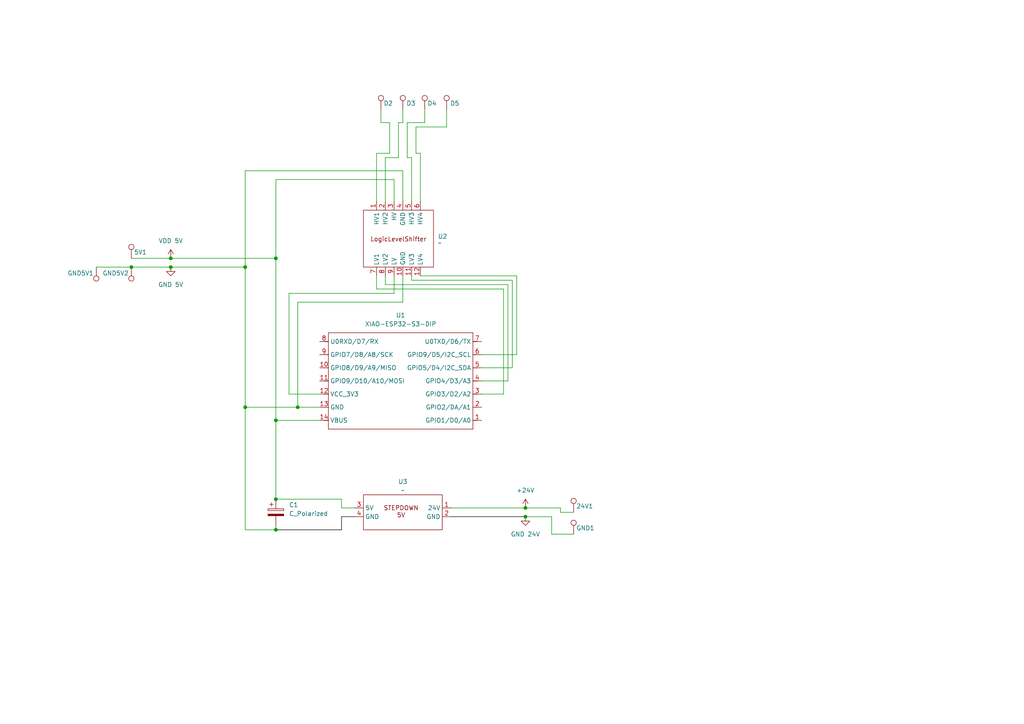
<source format=kicad_sch>
(kicad_sch (version 20231120) (generator "eeschema") (generator_version "8.0")
  (paper "A4")
  (title_block (title "Augmented Ecospheres - Schlitternde Steine BOB") (date "2026-02-02") (rev "1") (company "ZHDK"))
  (lib_symbols
    (symbol "Connector:TestPoint" (pin_numbers hide) (pin_names (offset 0.762) hide)
      (property "Reference" "TP" (at 0 6.858 0))
      (property "Value" "TestPoint" (at 0 5.08 0))
      (symbol "TestPoint_0_1"
        (circle (center 0 3.302) (radius 0.762))
      )
      (symbol "TestPoint_1_1"
        (pin passive line (at 0 0 90) (length 2.54) (name "1") (number "1"))
      )
    )
    (symbol "Custom:LogicLevelShifter"
      (property "Reference" "U" (at 6.604 -13.462 0))
      (symbol "LogicLevelShifter_1_1"
        (rectangle (start 5.08 -7.62) (end 25.4 -24.13))
        (text "LogicLevelShifter\n" (at 15.24 -16.002 0) (effects (font (size 1.27 1.27))))
        (pin bidirectional line (at 8.89 -5.08 270) (length 2.54) (name "HV1") (number "1"))
        (pin bidirectional line (at 16.51 -26.67 90) (length 2.54) (name "GND") (number "10"))
        (pin bidirectional line (at 19.05 -26.67 90) (length 2.54) (name "LV3") (number "11"))
        (pin bidirectional line (at 21.59 -26.67 90) (length 2.54) (name "LV4") (number "12"))
        (pin bidirectional line (at 11.43 -5.08 270) (length 2.54) (name "HV2") (number "2"))
        (pin bidirectional line (at 13.97 -5.08 270) (length 2.54) (name "HV") (number "3"))
        (pin bidirectional line (at 16.51 -5.08 270) (length 2.54) (name "GND") (number "4"))
        (pin bidirectional line (at 19.05 -5.08 270) (length 2.54) (name "HV3") (number "5"))
        (pin bidirectional line (at 21.59 -5.08 270) (length 2.54) (name "HV4") (number "6"))
        (pin bidirectional line (at 8.89 -26.67 90) (length 2.54) (name "LV1") (number "7"))
        (pin bidirectional line (at 11.43 -26.67 90) (length 2.54) (name "LV2") (number "8"))
        (pin bidirectional line (at 13.97 -26.67 90) (length 2.54) (name "LV") (number "9"))
      )
    )
    (symbol "Custom:StepDown5V"
      (property "Reference" "U" (at 0 0 0))
      (symbol "StepDown5V_1_1"
        (rectangle (start 6.35 -13.97) (end 29.21 -3.81))
        (text "STEPDOWN\n5V" (at 17.272 -8.636 0) (effects (font (size 1.27 1.27))))
        (pin input line (at 31.75 -7.62 180) (length 2.54) (name "24V") (number "1"))
        (pin input line (at 31.75 -10.16 180) (length 2.54) (name "GND") (number "2"))
        (pin output line (at 3.81 -7.62 0) (length 2.54) (name "5V") (number "3"))
        (pin output line (at 3.81 -10.16 0) (length 2.54) (name "GND") (number "4"))
      )
    )
    (symbol "Device:C_Polarized" (pin_numbers hide) (pin_names (offset 0.254))
      (property "Reference" "C" (at 0.635 2.54 0))
      (property "Value" "C_Polarized" (at 0.635 -2.54 0))
      (symbol "C_Polarized_0_1"
        (rectangle (start -2.286 0.508) (end 2.286 1.016))
        (polyline (pts (xy -1.778 2.286) (xy -0.762 2.286)))
        (polyline (pts (xy -1.27 2.794) (xy -1.27 1.778)))
        (rectangle (start 2.286 -0.508) (end -2.286 -1.016) (fill (type outline)))
      )
      (symbol "C_Polarized_1_1"
        (pin passive line (at 0 3.81 270) (length 2.794) (name "~") (number "1"))
        (pin passive line (at 0 -3.81 90) (length 2.794) (name "~") (number "2"))
      )
    )
    (symbol "Seeed_Studio_XIAO_Series:XIAO-ESP32-S3-DIP"
      (property "Reference" "U" (at 1.27 0.508 0))
      (property "Value" "XIAO-ESP32-S3-DIP" (at 9.652 -1.778 0))
      (symbol "XIAO-ESP32-S3-DIP_1_0"
        (polyline (pts (xy 0 -30.48) (xy 0 -16.51)) (stroke (width 0.1524)))
        (polyline (pts (xy 0 -27.94) (xy -1.27 -27.94)) (stroke (width 0.1524)))
        (polyline (pts (xy 0 -24.13) (xy -1.27 -24.13)) (stroke (width 0.1524)))
        (polyline (pts (xy 0 -20.32) (xy -1.27 -20.32)) (stroke (width 0.1524)))
        (polyline (pts (xy 0 -16.51) (xy -1.27 -16.51)) (stroke (width 0.1524)))
        (polyline (pts (xy 0 -16.51) (xy 0 -12.7)) (stroke (width 0.1524)))
        (polyline (pts (xy 0 -12.7) (xy -1.27 -12.7)) (stroke (width 0.1524)))
        (polyline (pts (xy 0 -12.7) (xy 0 -8.89)) (stroke (width 0.1524)))
        (polyline (pts (xy 0 -8.89) (xy -1.27 -8.89)) (stroke (width 0.1524)))
        (polyline (pts (xy 0 -8.89) (xy 0 -5.08)) (stroke (width 0.1524)))
        (polyline (pts (xy 0 -5.08) (xy -1.27 -5.08)) (stroke (width 0.1524)))
        (polyline (pts (xy 0 -5.08) (xy 0 -2.54)) (stroke (width 0.1524)))
        (polyline (pts (xy 0 -2.54) (xy 41.91 -2.54)) (stroke (width 0.1524)))
        (polyline (pts (xy 41.91 -30.48) (xy 0 -30.48)) (stroke (width 0.1524)))
        (polyline (pts (xy 41.91 -12.7) (xy 41.91 -30.48)) (stroke (width 0.1524)))
        (polyline (pts (xy 41.91 -8.89) (xy 41.91 -12.7)) (stroke (width 0.1524)))
        (polyline (pts (xy 41.91 -5.08) (xy 41.91 -8.89)) (stroke (width 0.1524)))
        (polyline (pts (xy 41.91 -2.54) (xy 41.91 -5.08)) (stroke (width 0.1524)))
        (polyline (pts (xy 43.18 -27.94) (xy 41.91 -27.94)) (stroke (width 0.1524)))
        (polyline (pts (xy 43.18 -24.13) (xy 41.91 -24.13)) (stroke (width 0.1524)))
        (polyline (pts (xy 43.18 -20.32) (xy 41.91 -20.32)) (stroke (width 0.1524)))
        (polyline (pts (xy 43.18 -16.51) (xy 41.91 -16.51)) (stroke (width 0.1524)))
        (polyline (pts (xy 43.18 -12.7) (xy 41.91 -12.7)) (stroke (width 0.1524)))
        (polyline (pts (xy 43.18 -8.89) (xy 41.91 -8.89)) (stroke (width 0.1524)))
        (polyline (pts (xy 43.18 -5.08) (xy 41.91 -5.08)) (stroke (width 0.1524)))
        (pin passive line (at -2.54 -5.08 0) (length 2.54) (name "GPIO1/D0/A0") (number "1"))
        (pin passive line (at 44.45 -20.32 180) (length 2.54) (name "GPIO8/D9/A9/MISO") (number "10"))
        (pin passive line (at 44.45 -16.51 180) (length 2.54) (name "GPIO9/D10/A10/MOSI") (number "11"))
        (pin passive line (at 44.45 -12.7 180) (length 2.54) (name "VCC_3V3") (number "12"))
        (pin passive line (at 44.45 -8.89 180) (length 2.54) (name "GND") (number "13"))
        (pin passive line (at 44.45 -5.08 180) (length 2.54) (name "VBUS") (number "14"))
        (pin passive line (at -2.54 -8.89 0) (length 2.54) (name "GPIO2/DA/A1") (number "2"))
        (pin passive line (at -2.54 -12.7 0) (length 2.54) (name "GPIO3/D2/A2") (number "3"))
        (pin passive line (at -2.54 -16.51 0) (length 2.54) (name "GPIO4/D3/A3") (number "4"))
        (pin passive line (at -2.54 -20.32 0) (length 2.54) (name "GPIO5/D4/I2C_SDA") (number "5"))
        (pin passive line (at -2.54 -24.13 0) (length 2.54) (name "GPIO9/D5/I2C_SCL") (number "6"))
        (pin passive line (at -2.54 -27.94 0) (length 2.54) (name "U0TXD/D6/TX") (number "7"))
        (pin passive line (at 44.45 -27.94 180) (length 2.54) (name "U0RXD/D7/RX") (number "8"))
        (pin passive line (at 44.45 -24.13 180) (length 2.54) (name "GPIO7/D8/A8/SCK") (number "9"))
      )
    )
    (symbol "power:+24V" (power) (pin_numbers hide) (pin_names (offset 0) hide)
      (property "Value" "+24V" (at 0 3.556 0))
      (symbol "+24V_0_1"
        (polyline (pts (xy -0.762 1.27) (xy 0 2.54)))
        (polyline (pts (xy 0 0) (xy 0 2.54)))
        (polyline (pts (xy 0 2.54) (xy 0.762 1.27)))
      )
      (symbol "+24V_1_1"
        (pin power_in line (at 0 0 90) (length 0) (name "~") (number "1"))
      )
    )
    (symbol "power:GND" (power) (pin_numbers hide) (pin_names (offset 0) hide)
      (property "Value" "GND" (at 0 -3.81 0))
      (symbol "GND_0_1"
        (polyline (pts (xy 0 0) (xy 0 -1.27) (xy 1.27 -1.27) (xy 0 -2.54) (xy -1.27 -1.27) (xy 0 -1.27)))
      )
      (symbol "GND_1_1"
        (pin power_in line (at 0 0 270) (length 0) (name "~") (number "1"))
      )
    )
    (symbol "power:VDD" (power) (pin_numbers hide) (pin_names (offset 0) hide)
      (property "Value" "VDD" (at 0 3.556 0))
      (symbol "VDD_0_1"
        (polyline (pts (xy -0.762 1.27) (xy 0 2.54)))
        (polyline (pts (xy 0 0) (xy 0 2.54)))
        (polyline (pts (xy 0 2.54) (xy 0.762 1.27)))
      )
      (symbol "VDD_1_1"
        (pin power_in line (at 0 0 90) (length 0) (name "~") (number "1"))
      )
    )
  )
  (junction (at 152.4 147.32))
  (junction (at 86.36 118.11))
  (junction (at 80.01 74.93))
  (junction (at 80.01 121.92))
  (junction (at 71.12 118.11))
  (junction (at 80.01 153.67))
  (junction (at 38.1 77.47))
  (junction (at 49.53 74.93))
  (junction (at 71.12 77.47))
  (junction (at 80.01 144.78))
  (junction (at 49.53 77.47))
  (junction (at 152.4 149.86))
  (wire (pts (xy 118.11 35.56) (xy 123.19 35.56)))
  (wire (pts (xy 99.06 147.32) (xy 99.06 144.78)))
  (wire (pts (xy 121.92 44.45) (xy 120.65 44.45)))
  (wire (pts (xy 162.56 148.59) (xy 166.37 148.59)))
  (wire (pts (xy 148.59 81.28) (xy 148.59 106.68)))
  (wire (pts (xy 99.06 153.67) (xy 80.01 153.67)) (stroke (width 0) (color 0 0 0 1)))
  (wire (pts (xy 99.06 144.78) (xy 80.01 144.78)))
  (wire (pts (xy 38.1 74.93) (xy 49.53 74.93)))
  (wire (pts (xy 116.84 80.01) (xy 116.84 87.63)))
  (wire (pts (xy 160.02 154.94) (xy 160.02 149.86)))
  (wire (pts (xy 114.3 58.42) (xy 114.3 52.07)))
  (wire (pts (xy 86.36 118.11) (xy 71.12 118.11)))
  (wire (pts (xy 83.82 85.09) (xy 114.3 85.09)))
  (wire (pts (xy 80.01 121.92) (xy 92.71 121.92)))
  (wire (pts (xy 113.03 35.56) (xy 110.49 35.56)))
  (wire (pts (xy 71.12 49.53) (xy 71.12 77.47)))
  (wire (pts (xy 71.12 153.67) (xy 80.01 153.67)))
  (wire (pts (xy 129.54 36.83) (xy 129.54 31.75)))
  (wire (pts (xy 102.87 147.32) (xy 99.06 147.32)))
  (wire (pts (xy 115.57 35.56) (xy 115.57 45.72)))
  (wire (pts (xy 152.4 147.32) (xy 162.56 147.32)))
  (wire (pts (xy 80.01 144.78) (xy 80.01 121.92)))
  (wire (pts (xy 80.01 52.07) (xy 80.01 74.93)))
  (wire (pts (xy 130.81 147.32) (xy 152.4 147.32)))
  (wire (pts (xy 139.7 114.3) (xy 146.05 114.3)))
  (wire (pts (xy 146.05 83.82) (xy 109.22 83.82)))
  (wire (pts (xy 119.38 45.72) (xy 118.11 45.72)))
  (wire (pts (xy 114.3 85.09) (xy 114.3 80.01)))
  (wire (pts (xy 49.53 74.93) (xy 80.01 74.93)))
  (wire (pts (xy 83.82 114.3) (xy 83.82 85.09)))
  (wire (pts (xy 92.71 114.3) (xy 83.82 114.3)))
  (wire (pts (xy 149.86 102.87) (xy 149.86 80.01)))
  (wire (pts (xy 120.65 36.83) (xy 120.65 44.45)))
  (wire (pts (xy 99.06 149.86) (xy 99.06 153.67)) (stroke (width 0) (color 0 0 0 1)))
  (wire (pts (xy 146.05 114.3) (xy 146.05 83.82)))
  (wire (pts (xy 120.65 36.83) (xy 129.54 36.83)))
  (wire (pts (xy 38.1 77.47) (xy 49.53 77.47)))
  (wire (pts (xy 27.94 77.47) (xy 38.1 77.47)))
  (wire (pts (xy 118.11 35.56) (xy 118.11 45.72)))
  (wire (pts (xy 86.36 87.63) (xy 86.36 118.11)))
  (wire (pts (xy 71.12 77.47) (xy 71.12 118.11)))
  (wire (pts (xy 92.71 118.11) (xy 86.36 118.11)))
  (wire (pts (xy 116.84 58.42) (xy 116.84 49.53)))
  (wire (pts (xy 121.92 58.42) (xy 121.92 44.45)))
  (wire (pts (xy 116.84 31.75) (xy 116.84 35.56)))
  (wire (pts (xy 80.01 74.93) (xy 80.01 121.92)))
  (wire (pts (xy 130.81 149.86) (xy 152.4 149.86)) (stroke (width 0) (color 0 0 0 1)))
  (wire (pts (xy 139.7 102.87) (xy 149.86 102.87)))
  (wire (pts (xy 115.57 35.56) (xy 116.84 35.56)))
  (wire (pts (xy 109.22 83.82) (xy 109.22 80.01)))
  (wire (pts (xy 160.02 149.86) (xy 152.4 149.86)))
  (wire (pts (xy 111.76 82.55) (xy 147.32 82.55)))
  (wire (pts (xy 114.3 52.07) (xy 80.01 52.07)))
  (wire (pts (xy 147.32 82.55) (xy 147.32 110.49)))
  (wire (pts (xy 111.76 58.42) (xy 111.76 45.72)))
  (wire (pts (xy 123.19 31.75) (xy 123.19 35.56)))
  (wire (pts (xy 119.38 58.42) (xy 119.38 45.72)))
  (wire (pts (xy 148.59 106.68) (xy 139.7 106.68)))
  (wire (pts (xy 149.86 80.01) (xy 121.92 80.01)))
  (wire (pts (xy 110.49 35.56) (xy 110.49 31.75)))
  (wire (pts (xy 102.87 149.86) (xy 99.06 149.86)) (stroke (width 0) (color 0 0 0 1)))
  (wire (pts (xy 80.01 153.67) (xy 80.01 152.4)))
  (wire (pts (xy 147.32 110.49) (xy 139.7 110.49)))
  (wire (pts (xy 116.84 87.63) (xy 86.36 87.63)))
  (wire (pts (xy 111.76 45.72) (xy 115.57 45.72)))
  (wire (pts (xy 109.22 44.45) (xy 113.03 44.45)))
  (wire (pts (xy 113.03 35.56) (xy 113.03 44.45)))
  (wire (pts (xy 162.56 147.32) (xy 162.56 148.59)))
  (wire (pts (xy 71.12 118.11) (xy 71.12 153.67)))
  (wire (pts (xy 116.84 49.53) (xy 71.12 49.53)))
  (wire (pts (xy 109.22 58.42) (xy 109.22 44.45)))
  (wire (pts (xy 166.37 154.94) (xy 160.02 154.94)))
  (wire (pts (xy 49.53 77.47) (xy 71.12 77.47)))
  (wire (pts (xy 119.38 81.28) (xy 148.59 81.28)))
  (wire (pts (xy 111.76 80.01) (xy 111.76 82.55)))
  (wire (pts (xy 119.38 80.01) (xy 119.38 81.28)))
  (symbol (lib_id "power:GND") (at 49.53 77.47 0) (unit 1)
    (property "Reference" "#PWR04" (effects (hide yes)))
    (property "Value" "GND 5V" (at 49.53 82.55 0))
    (property "Description" "Power symbol creates a global label with name \"GND\" , ground" (effects (hide yes)))
  )
  (symbol (lib_id "Connector:TestPoint") (at 116.84 31.75 0) (unit 1)
    (property "Reference" "D3" (at 117.856 29.972 0) (effects (justify left)))
    (property "Value" "TestPoint" (effects (hide yes)))
    (property "Footprint" "TestPoint:TestPoint_THTPad_2.0x2.0mm_Drill1.0mm" (effects (hide yes)))
    (property "Description" "test point" (effects (hide yes)))
  )
  (symbol (lib_id "Connector:TestPoint") (at 123.19 31.75 0) (unit 1)
    (property "Reference" "D4" (at 123.952 29.972 0) (effects (justify left)))
    (property "Value" "TestPoint" (effects (hide yes)))
    (property "Footprint" "TestPoint:TestPoint_THTPad_2.0x2.0mm_Drill1.0mm" (effects (hide yes)))
    (property "Description" "test point" (effects (hide yes)))
  )
  (symbol (lib_id "Custom:StepDown5V") (at 99.06 139.7 0) (unit 1)
    (property "Reference" "U3" (at 116.84 139.7 0))
    (property "Value" "~" (at 116.84 142.24 0))
    (property "Footprint" "Custom:StepDown5V" (effects (hide yes)))
  )
  (symbol (lib_id "Connector:TestPoint") (at 166.37 148.59 0) (unit 1)
    (property "Reference" "24V1" (at 167.132 146.812 0) (effects (justify left)))
    (property "Value" "TestPoint" (effects (hide yes)))
    (property "Footprint" "TestPoint:TestPoint_THTPad_2.0x2.0mm_Drill1.0mm" (effects (hide yes)))
    (property "Description" "test point" (effects (hide yes)))
  )
  (symbol (lib_id "power:VDD") (at 49.53 74.93 0) (unit 1)
    (property "Reference" "#PWR03" (effects (hide yes)))
    (property "Value" "VDD 5V" (at 49.53 69.85 0))
    (property "Description" "Power symbol creates a global label with name \"VDD\"" (effects (hide yes)))
  )
  (symbol (lib_id "Custom:LogicLevelShifter") (at 100.33 53.34 0) (unit 1)
    (property "Reference" "U2" (at 127 68.5799 0) (effects (justify left)))
    (property "Value" "~" (at 127 70.485 0) (effects (justify left)))
    (property "Footprint" "Custom:LogicLevelShifter" (effects (hide yes)))
  )
  (symbol (lib_id "power:+24V") (at 152.4 147.32 0) (unit 1)
    (property "Reference" "#PWR05" (effects (hide yes)))
    (property "Value" "+24V" (at 152.4 142.24 0))
    (property "Description" "Power symbol creates a global label with name \"+24V\"" (effects (hide yes)))
  )
  (symbol (lib_id "Device:C_Polarized") (at 80.01 148.59 0) (unit 1)
    (property "Reference" "C1" (at 83.82 146.4309 0) (effects (justify left)))
    (property "Value" "C_Polarized" (at 83.82 148.9709 0) (effects (justify left)))
    (property "Footprint" "Capacitor_THT:CP_Radial_Tantal_D6.0mm_P2.50mm" (effects (hide yes)))
    (property "Description" "Polarized capacitor" (effects (hide yes)))
  )
  (symbol (lib_id "Connector:TestPoint") (at 27.94 77.47 180) (unit 1)
    (property "Reference" "GND5V1" (at 27.178 79.248 0) (effects (justify left)))
    (property "Value" "TestPoint" (effects (hide yes)))
    (property "Footprint" "TestPoint:TestPoint_THTPad_2.0x2.0mm_Drill1.0mm" (effects (hide yes)))
    (property "Description" "test point" (effects (hide yes)))
  )
  (symbol (lib_id "Connector:TestPoint") (at 38.1 77.47 180) (unit 1)
    (property "Reference" "GND5V2" (at 37.338 79.248 0) (effects (justify left)))
    (property "Value" "TestPoint" (effects (hide yes)))
    (property "Footprint" "TestPoint:TestPoint_THTPad_2.0x2.0mm_Drill1.0mm" (effects (hide yes)))
    (property "Description" "test point" (effects (hide yes)))
  )
  (symbol (lib_id "Connector:TestPoint") (at 110.49 31.75 0) (unit 1)
    (property "Reference" "D2" (at 111.252 29.972 0) (effects (justify left)))
    (property "Value" "TestPoint" (effects (hide yes)))
    (property "Footprint" "TestPoint:TestPoint_THTPad_2.0x2.0mm_Drill1.0mm" (effects (hide yes)))
    (property "Description" "test point" (effects (hide yes)))
  )
  (symbol (lib_id "Connector:TestPoint") (at 129.54 31.75 0) (unit 1)
    (property "Reference" "D5" (at 130.556 29.972 0) (effects (justify left)))
    (property "Value" "TestPoint" (effects (hide yes)))
    (property "Footprint" "TestPoint:TestPoint_THTPad_2.0x2.0mm_Drill1.0mm" (effects (hide yes)))
    (property "Description" "test point" (effects (hide yes)))
  )
  (symbol (lib_id "Seeed_Studio_XIAO_Series:XIAO-ESP32-S3-DIP") (at 137.16 127 180) (unit 1)
    (property "Reference" "U1" (at 116.205 91.44 0))
    (property "Value" "XIAO-ESP32-S3-DIP" (at 116.205 93.98 0))
    (property "Footprint" "Seeed Studio XIAO Series Library:XIAO-ESP32S3-DIP" (effects (hide yes)))
  )
  (symbol (lib_id "power:GND") (at 152.4 149.86 0) (unit 1)
    (property "Reference" "#PWR01" (effects (hide yes)))
    (property "Value" "GND 24V" (at 152.4 154.94 0))
    (property "Description" "Power symbol creates a global label with name \"GND\" , ground" (effects (hide yes)))
  )
  (symbol (lib_id "Connector:TestPoint") (at 38.1 74.93 0) (unit 1)
    (property "Reference" "5V1" (at 38.862 73.152 0) (effects (justify left)))
    (property "Value" "TestPoint" (effects (hide yes)))
    (property "Footprint" "TestPoint:TestPoint_THTPad_2.0x2.0mm_Drill1.0mm" (effects (hide yes)))
    (property "Description" "test point" (effects (hide yes)))
  )
  (symbol (lib_id "Connector:TestPoint") (at 166.37 154.94 0) (unit 1)
    (property "Reference" "GND1" (at 167.132 153.162 0) (effects (justify left)))
    (property "Value" "TestPoint" (effects (hide yes)))
    (property "Footprint" "TestPoint:TestPoint_THTPad_2.0x2.0mm_Drill1.0mm" (effects (hide yes)))
    (property "Description" "test point" (effects (hide yes)))
  )
)
</source>
